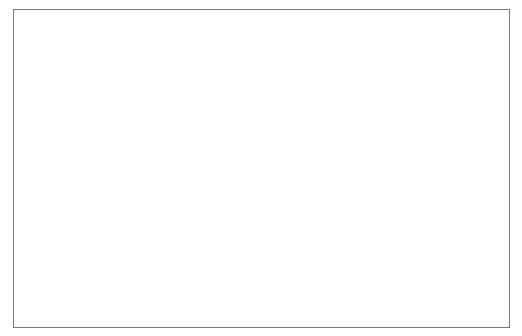
<source format=gm1>
%FSLAX44Y44*%
%MOMM*%
G71*
G01*
G75*
G04 Layer_Color=16711935*
%ADD10R,0.9100X1.2200*%
%ADD11R,1.0000X1.0000*%
%ADD12R,0.8000X0.9000*%
%ADD13R,0.9000X0.8000*%
%ADD14C,0.3000*%
%ADD15C,0.5000*%
%ADD16O,2.0000X1.5000*%
%ADD17R,2.0000X1.5000*%
%ADD18O,1.7000X2.0000*%
%ADD19C,5.0000*%
%ADD20C,2.0000*%
%ADD21R,2.0000X2.0000*%
%ADD22C,1.2000*%
%ADD23O,0.6000X2.3500*%
%ADD24O,0.3500X2.1000*%
%ADD25R,1.4000X1.1000*%
%ADD26R,1.1132X1.4232*%
%ADD27R,1.2032X1.2032*%
%ADD28R,1.0032X1.1032*%
%ADD29R,1.1032X1.0032*%
%ADD30O,2.2032X1.7032*%
%ADD31R,2.2032X1.7032*%
%ADD32O,1.9032X2.2032*%
%ADD33C,5.2032*%
%ADD34C,2.2032*%
%ADD35R,2.2032X2.2032*%
%ADD36C,1.4032*%
%ADD37O,0.8032X2.5532*%
%ADD38O,0.5532X2.3032*%
%ADD39R,1.6032X1.3032*%
%ADD40C,0.1000*%
D40*
X500000Y500000D02*
Y770000D01*
X920000D01*
Y500000D02*
Y770000D01*
X500000Y500000D02*
X920000D01*
M02*

</source>
